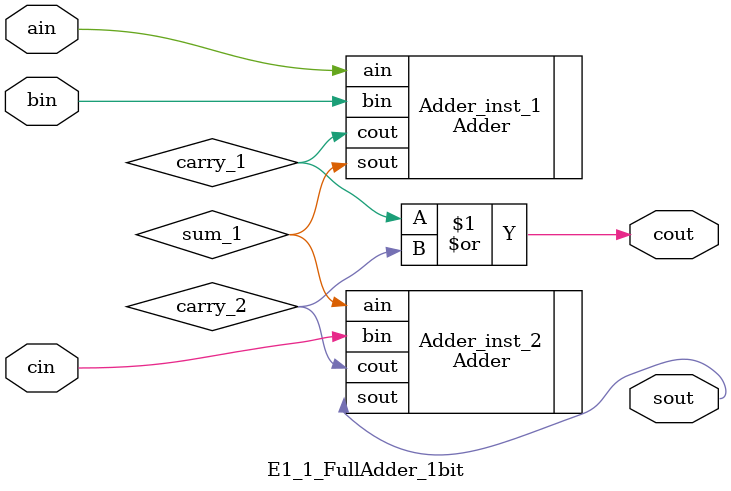
<source format=v>
module E1_1_FullAdder_1bit (
    ain,
	bin,
	cin,

    sout,	// sum bit
	cout	// carry bit
);

input   ain, bin, cin;

output  sout, cout;



wire	sum_1, carry_1, carry_2;

assign	cout	= carry_1 | carry_2;



Adder Adder_inst_1(
	.ain	(ain),
	.bin	(bin),
	.sout	(sum_1),
	.cout	(carry_1)
);



Adder Adder_inst_2(
	.ain	(sum_1),
	.bin	(cin),
	.sout	(sout),
	.cout	(carry_2)
);



endmodule



</source>
